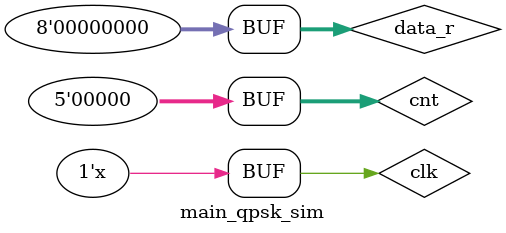
<source format=v>
`timescale 1ns / 1ps
module main_qpsk_sim(
    );

reg clk = 0;
reg [4:0] cnt = 0;
reg [30:0] buff = 0;

always begin
    #5 clk <= ~clk;
end

wire [7:0] dataI;
wire [7:0] dataQ;
wire [7:0] data_origin;
wire signal;
wire [30:0] buff_wr;

reg [7:0] data_r = 0;

main_qpsk ff1(.CLK_50MHZ(clk),
         .out_fun(signal),
         .dataI(dataI),
         .dataQ(dataQ),
         .data_origin(data_origin),
         .buff_wr(buff_wr)
        );

always @(posedge clk) begin
    buff <= {buff[29:0], signal};
    $display("%d", data_origin);
end

endmodule

</source>
